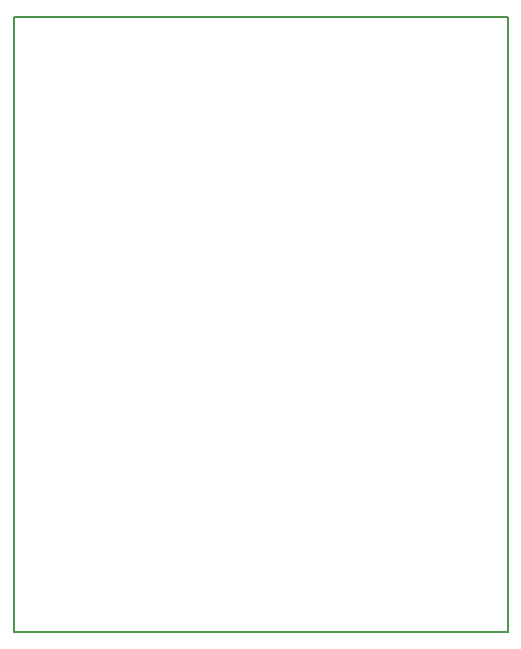
<source format=gbr>
G04 #@! TF.GenerationSoftware,KiCad,Pcbnew,(6.0.2)*
G04 #@! TF.CreationDate,2022-06-05T11:24:39+02:00*
G04 #@! TF.ProjectId,Whame,5768616d-652e-46b6-9963-61645f706362,rev?*
G04 #@! TF.SameCoordinates,Original*
G04 #@! TF.FileFunction,Profile,NP*
%FSLAX46Y46*%
G04 Gerber Fmt 4.6, Leading zero omitted, Abs format (unit mm)*
G04 Created by KiCad (PCBNEW (6.0.2)) date 2022-06-05 11:24:39*
%MOMM*%
%LPD*%
G01*
G04 APERTURE LIST*
G04 #@! TA.AperFunction,Profile*
%ADD10C,0.200000*%
G04 #@! TD*
G04 APERTURE END LIST*
D10*
X123830000Y-56880000D02*
X165670000Y-56880000D01*
X165670000Y-56880000D02*
X165670000Y-109000000D01*
X165670000Y-109000000D02*
X123830000Y-109000000D01*
X123830000Y-109000000D02*
X123830000Y-56880000D01*
M02*

</source>
